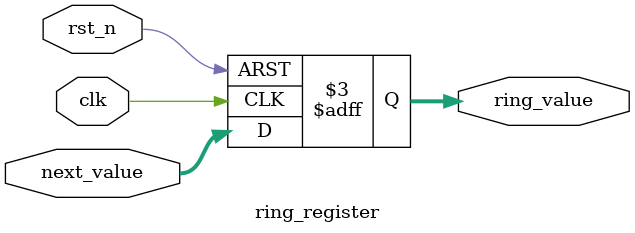
<source format=sv>
module parallel_load_ring (
    input  wire       clk,
    input  wire       rst_n,         // 添加复位信号
    input  wire       load_req,      // 加载请求信号(原load)
    output reg        load_ack,      // 加载应答信号
    input  wire [3:0] parallel_in,
    output wire [3:0] ring
);
    // 内部连线
    wire [3:0] next_ring_value;
    wire       load_valid;
    reg        load_ready;
    
    // 请求-应答握手逻辑
    always @(posedge clk or negedge rst_n) begin
        if (!rst_n) begin
            load_ready <= 1'b0;
            load_ack <= 1'b0;
        end else begin
            load_ready <= load_req;
            load_ack <= load_ready & load_req;
        end
    end
    
    // 握手完成即为有效加载信号
    assign load_valid = load_req & load_ack;
    
    // 实例化数据路径子模块
    ring_datapath ring_data_inst (
        .load         (load_valid),
        .parallel_in  (parallel_in),
        .current_ring (ring),
        .next_ring    (next_ring_value)
    );
    
    // 实例化寄存器子模块
    ring_register ring_reg_inst (
        .clk        (clk),
        .rst_n      (rst_n),
        .next_value (next_ring_value),
        .ring_value (ring)
    );
    
endmodule

// 数据路径子模块 - 负责计算下一个环形状态
module ring_datapath (
    input  wire [3:0] parallel_in,
    input  wire [3:0] current_ring,
    input  wire       load,
    output reg  [3:0] next_ring
);
    // 实现多路复用器逻辑，使用if-else替代条件运算符
    always @(*) begin
        if (load) begin
            next_ring = parallel_in;
        end else begin
            next_ring = {current_ring[0], current_ring[3:1]};
        end
    end
    
endmodule

// 寄存器子模块 - 负责存储环形状态
module ring_register (
    input  wire       clk,
    input  wire       rst_n,         // 添加复位信号
    input  wire [3:0] next_value,
    output reg  [3:0] ring_value
);
    // 时序寄存器逻辑，增加复位
    always @(posedge clk or negedge rst_n) begin
        if (!rst_n) begin
            ring_value <= 4'b0000;
        end else begin
            ring_value <= next_value;
        end
    end
    
endmodule
</source>
